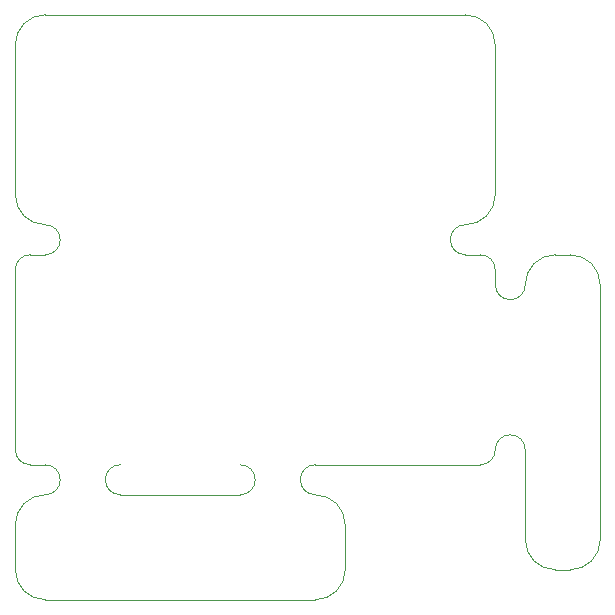
<source format=gbr>
G04 (created by PCBNEW (2013-dec-23)-stable) date Mon 09 Jun 2014 08:04:37 PM MDT*
%MOIN*%
G04 Gerber Fmt 3.4, Leading zero omitted, Abs format*
%FSLAX34Y34*%
G01*
G70*
G90*
G04 APERTURE LIST*
%ADD10C,0.00590551*%
%ADD11C,0.00393701*%
G04 APERTURE END LIST*
G54D10*
G54D11*
X17000Y-24500D02*
G75*
G03X16500Y-25000I0J-500D01*
G74*
G01*
X16500Y-25000D02*
G75*
G03X17000Y-25500I500J0D01*
G74*
G01*
X21000Y-25500D02*
X17000Y-25500D01*
X21000Y-25500D02*
G75*
G03X21500Y-25000I0J500D01*
G74*
G01*
X21500Y-25000D02*
G75*
G03X21000Y-24500I-500J0D01*
G74*
G01*
X31500Y-28000D02*
X32000Y-28000D01*
X31500Y-17500D02*
X32000Y-17500D01*
X29500Y-10500D02*
X29500Y-15500D01*
X14000Y-17500D02*
X14500Y-17500D01*
X14000Y-24500D02*
X14500Y-24500D01*
X29000Y-17500D02*
X28500Y-17500D01*
X29500Y-18000D02*
X29500Y-18500D01*
X29000Y-24500D02*
X23500Y-24500D01*
X30500Y-27000D02*
X30500Y-24000D01*
X29500Y-18500D02*
G75*
G03X30000Y-19000I500J0D01*
G74*
G01*
X30000Y-19000D02*
G75*
G03X30500Y-18500I0J500D01*
G74*
G01*
X30500Y-24000D02*
G75*
G03X30000Y-23500I-500J0D01*
G74*
G01*
X30000Y-23500D02*
G75*
G03X29500Y-24000I0J-500D01*
G74*
G01*
X28000Y-17000D02*
G75*
G03X28500Y-17500I500J0D01*
G74*
G01*
X28500Y-16500D02*
G75*
G03X28000Y-17000I0J-500D01*
G74*
G01*
X28500Y-16500D02*
G75*
G03X29500Y-15500I0J1000D01*
G74*
G01*
X29500Y-18000D02*
G75*
G03X29000Y-17500I-500J0D01*
G74*
G01*
X23500Y-24500D02*
G75*
G03X23000Y-25000I0J-500D01*
G74*
G01*
X23000Y-25000D02*
G75*
G03X23500Y-25500I500J0D01*
G74*
G01*
X13500Y-26500D02*
X13500Y-28000D01*
X24500Y-28000D02*
X24500Y-26500D01*
X14500Y-29000D02*
X23500Y-29000D01*
X24500Y-26500D02*
G75*
G03X23500Y-25500I-1000J0D01*
G74*
G01*
X23500Y-29000D02*
G75*
G03X24500Y-28000I0J1000D01*
G74*
G01*
X14500Y-25500D02*
G75*
G03X15000Y-25000I0J500D01*
G74*
G01*
X15000Y-25000D02*
G75*
G03X14500Y-24500I-500J0D01*
G74*
G01*
X13500Y-28000D02*
G75*
G03X14500Y-29000I1000J0D01*
G74*
G01*
X14500Y-25500D02*
G75*
G03X13500Y-26500I0J-1000D01*
G74*
G01*
X33000Y-27000D02*
X33000Y-18500D01*
X14500Y-17500D02*
G75*
G03X15000Y-17000I0J500D01*
G74*
G01*
X15000Y-17000D02*
G75*
G03X14500Y-16500I-500J0D01*
G74*
G01*
X30500Y-27000D02*
G75*
G03X31500Y-28000I1000J0D01*
G74*
G01*
X32000Y-28000D02*
G75*
G03X33000Y-27000I0J1000D01*
G74*
G01*
X33000Y-18500D02*
G75*
G03X32000Y-17500I-1000J0D01*
G74*
G01*
X31500Y-17500D02*
G75*
G03X30500Y-18500I0J-1000D01*
G74*
G01*
X14500Y-9500D02*
X28500Y-9500D01*
X13500Y-10500D02*
X13500Y-15500D01*
X13500Y-15500D02*
G75*
G03X14500Y-16500I1000J0D01*
G74*
G01*
X29500Y-10500D02*
G75*
G03X28500Y-9500I-1000J0D01*
G74*
G01*
X14500Y-9500D02*
G75*
G03X13500Y-10500I0J-1000D01*
G74*
G01*
X13500Y-18000D02*
X13500Y-24000D01*
X13500Y-24000D02*
G75*
G03X14000Y-24500I500J0D01*
G74*
G01*
X14000Y-17500D02*
G75*
G03X13500Y-18000I0J-500D01*
G74*
G01*
X29000Y-24500D02*
G75*
G03X29500Y-24000I0J500D01*
G74*
G01*
M02*

</source>
